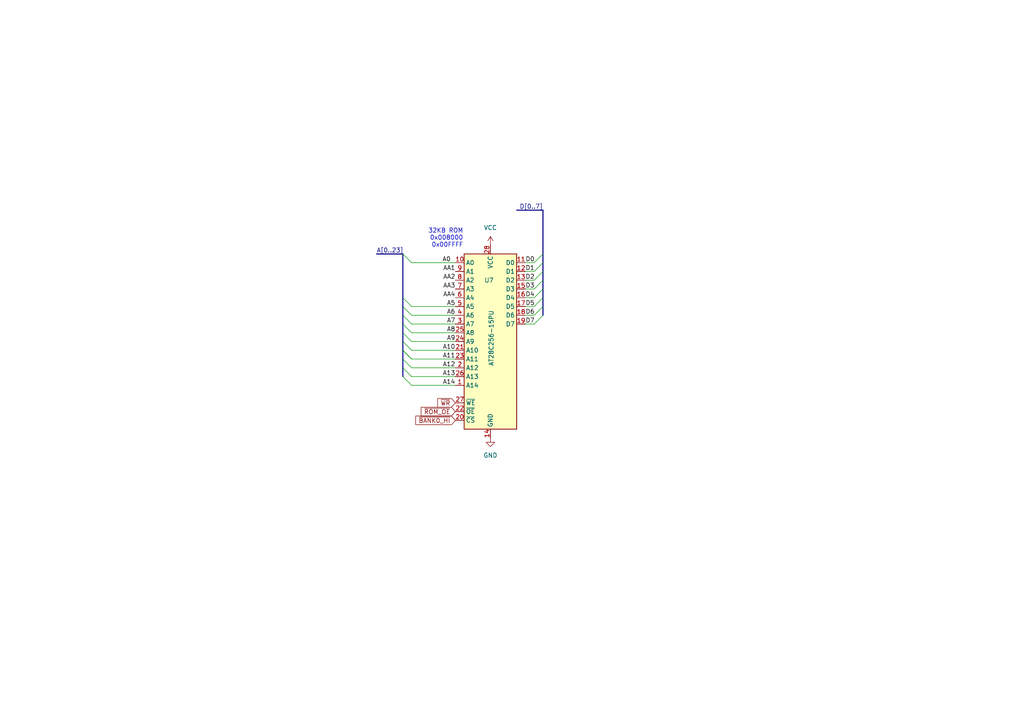
<source format=kicad_sch>
(kicad_sch (version 20250114) (generator "eeschema") (generator_version "9.0")
  (paper "A4")
  (lib_symbols
    (symbol "Memory_EEPROM:28C256"
      (property "Reference" "U7" (at -1.778 17.78 0))
      (property "Value" "AT28C256-15PU" (at 0.254 -7.112 90))
      (symbol "28C256_1_1"
        (rectangle (start -7.62 25.4) (end 7.62 -25.4) (stroke (width 0.254)) (fill (type background)))
        (pin input line (at -10.16 22.86 0) (length 2.54) (name "A0") (number "10"))
        (pin input line (at -10.16 20.32 0) (length 2.54) (name "A1") (number "9"))
        (pin input line (at -10.16 17.78 0) (length 2.54) (name "A2") (number "8"))
        (pin input line (at -10.16 15.24 0) (length 2.54) (name "A3") (number "7"))
        (pin input line (at -10.16 12.7 0) (length 2.54) (name "A4") (number "6"))
        (pin input line (at -10.16 10.16 0) (length 2.54) (name "A5") (number "5"))
        (pin input line (at -10.16 7.62 0) (length 2.54) (name "A6") (number "4"))
        (pin input line (at -10.16 5.08 0) (length 2.54) (name "A7") (number "3"))
        (pin input line (at -10.16 2.54 0) (length 2.54) (name "A8") (number "25"))
        (pin input line (at -10.16 0 0) (length 2.54) (name "A9") (number "24"))
        (pin input line (at -10.16 -2.54 0) (length 2.54) (name "A10") (number "21"))
        (pin input line (at -10.16 -5.08 0) (length 2.54) (name "A11") (number "23"))
        (pin input line (at -10.16 -7.62 0) (length 2.54) (name "A12") (number "2"))
        (pin input line (at -10.16 -10.16 0) (length 2.54) (name "A13") (number "26"))
        (pin input line (at -10.16 -12.7 0) (length 2.54) (name "A14") (number "1"))
        (pin input line (at -10.16 -17.78 0) (length 2.54) (name "~{WE}") (number "27"))
        (pin input line (at -10.16 -20.32 0) (length 2.54) (name "~{OE}") (number "22"))
        (pin input line (at -10.16 -22.86 0) (length 2.54) (name "~{CS}") (number "20"))
        (pin power_in line (at 0 27.94 270) (length 2.54) (name "VCC") (number "28"))
        (pin power_in line (at 0 -27.94 90) (length 2.54) (name "GND") (number "14"))
        (pin tri_state line (at 10.16 22.86 180) (length 2.54) (name "D0") (number "11"))
        (pin tri_state line (at 10.16 20.32 180) (length 2.54) (name "D1") (number "12"))
        (pin tri_state line (at 10.16 17.78 180) (length 2.54) (name "D2") (number "13"))
        (pin tri_state line (at 10.16 15.24 180) (length 2.54) (name "D3") (number "15"))
        (pin tri_state line (at 10.16 12.7 180) (length 2.54) (name "D4") (number "16"))
        (pin tri_state line (at 10.16 10.16 180) (length 2.54) (name "D5") (number "17"))
        (pin tri_state line (at 10.16 7.62 180) (length 2.54) (name "D6") (number "18"))
        (pin tri_state line (at 10.16 5.08 180) (length 2.54) (name "D7") (number "19"))
      )
    )
    (symbol "power:GND" (power) (pin_names (offset 0))
      (property "Value" "GND" (at 0 -3.81 0))
      (symbol "GND_0_1"
        (polyline (pts (xy 0 0) (xy 0 -1.27) (xy 1.27 -1.27) (xy 0 -2.54) (xy -1.27 -1.27) (xy 0 -1.27)))
      )
      (symbol "GND_1_1"
        (pin power_in line (at 0 0 270) (length 0) (hide yes) (name "GND") (number "1"))
      )
    )
    (symbol "power:VCC" (power) (pin_numbers (hide yes)) (pin_names (offset 0) (hide yes))
      (property "Value" "VCC" (at 0 3.556 0))
      (symbol "VCC_0_1"
        (polyline (pts (xy -0.762 1.27) (xy 0 2.54)))
        (polyline (pts (xy 0 2.54) (xy 0.762 1.27)))
        (polyline (pts (xy 0 0) (xy 0 2.54)))
      )
      (symbol "VCC_1_1"
        (pin power_in line (at 0 0 90) (length 0) (name "~") (number "1"))
      )
    )
  )
  (text "32KB ROM\n0x008000\n0x00FFFF" (at 134.366 71.882 0) (effects (font (size 1.27 1.27)) (justify right bottom)))
  (bus_entry (at 116.84 88.9) (size 2.54 2.54))
  (bus_entry (at 116.84 86.36) (size 2.54 2.54))
  (bus_entry (at 157.48 91.44) (size -2.54 2.54))
  (bus_entry (at 116.84 99.06) (size 2.54 2.54))
  (bus_entry (at 116.84 109.22) (size 2.54 2.54))
  (bus_entry (at 157.48 83.82) (size -2.54 2.54))
  (bus_entry (at 157.48 86.36) (size -2.54 2.54))
  (bus_entry (at 116.84 101.6) (size 2.54 2.54))
  (bus_entry (at 157.48 81.28) (size -2.54 2.54))
  (bus_entry (at 116.84 73.66) (size 2.54 2.54))
  (bus_entry (at 116.84 93.98) (size 2.54 2.54))
  (bus_entry (at 157.48 78.74) (size -2.54 2.54))
  (bus_entry (at 157.48 88.9) (size -2.54 2.54))
  (bus_entry (at 157.48 76.2) (size -2.54 2.54))
  (bus_entry (at 116.84 106.68) (size 2.54 2.54))
  (bus_entry (at 157.48 73.66) (size -2.54 2.54))
  (bus_entry (at 116.84 101.6) (size 2.54 2.54))
  (bus_entry (at 116.84 96.52) (size 2.54 2.54))
  (bus_entry (at 116.84 104.14) (size 2.54 2.54))
  (bus_entry (at 116.84 91.44) (size 2.54 2.54))
  (wire (pts (xy 119.38 109.22) (xy 132.08 109.22)))
  (bus (pts (xy 157.48 78.74) (xy 157.48 81.28)))
  (wire (pts (xy 119.38 91.44) (xy 132.08 91.44)))
  (wire (pts (xy 152.4 88.9) (xy 154.94 88.9)))
  (bus (pts (xy 116.84 101.6) (xy 116.84 99.06)))
  (bus (pts (xy 157.48 83.82) (xy 157.48 86.36)))
  (bus (pts (xy 116.84 73.66) (xy 116.84 86.36)))
  (wire (pts (xy 119.38 111.76) (xy 132.08 111.76)))
  (wire (pts (xy 119.38 106.68) (xy 132.08 106.68)))
  (wire (pts (xy 152.4 83.82) (xy 154.94 83.82)))
  (bus (pts (xy 157.48 81.28) (xy 157.48 83.82)))
  (bus (pts (xy 116.84 104.14) (xy 116.84 106.68)))
  (wire (pts (xy 119.38 96.52) (xy 132.08 96.52)))
  (wire (pts (xy 119.38 88.9) (xy 132.08 88.9)))
  (wire (pts (xy 152.4 76.2) (xy 154.94 76.2)))
  (wire (pts (xy 152.4 86.36) (xy 154.94 86.36)))
  (bus (pts (xy 157.48 73.66) (xy 157.48 76.2)))
  (bus (pts (xy 157.48 88.9) (xy 157.48 91.44)))
  (bus (pts (xy 116.84 96.52) (xy 116.84 99.06)))
  (wire (pts (xy 119.38 76.2) (xy 132.08 76.2)))
  (bus (pts (xy 116.84 93.98) (xy 116.84 91.44)))
  (wire (pts (xy 119.38 104.14) (xy 132.08 104.14)))
  (bus (pts (xy 116.84 101.6) (xy 116.84 104.14)))
  (wire (pts (xy 152.4 93.98) (xy 154.94 93.98)))
  (wire (pts (xy 152.4 81.28) (xy 154.94 81.28)))
  (bus (pts (xy 109.22 73.66) (xy 116.84 73.66)))
  (bus (pts (xy 116.84 106.68) (xy 116.84 109.22)))
  (wire (pts (xy 152.4 91.44) (xy 154.94 91.44)))
  (wire (pts (xy 119.38 101.6) (xy 132.08 101.6)))
  (bus (pts (xy 116.84 96.52) (xy 116.84 93.98)))
  (bus (pts (xy 116.84 88.9) (xy 116.84 91.44)))
  (bus (pts (xy 149.86 60.96) (xy 157.48 60.96)))
  (wire (pts (xy 119.38 99.06) (xy 132.08 99.06)))
  (wire (pts (xy 119.38 93.98) (xy 132.08 93.98)))
  (bus (pts (xy 157.48 86.36) (xy 157.48 88.9)))
  (bus (pts (xy 157.48 76.2) (xy 157.48 78.74)))
  (wire (pts (xy 152.4 78.74) (xy 154.94 78.74)))
  (bus (pts (xy 116.84 86.36) (xy 116.84 88.9)))
  (bus (pts (xy 157.48 60.96) (xy 157.48 73.66)))
  (label "D6" (at 152.4 91.44 0))
  (label "A9" (at 132.08 99.06 180))
  (label "AA4" (at 132.08 86.36 180))
  (label "D1" (at 152.4 78.74 0))
  (label "A8" (at 132.08 96.52 180))
  (label "A14" (at 132.08 111.76 180))
  (label "D0" (at 152.4 76.2 0))
  (label "A13" (at 132.08 109.22 180))
  (label "A12" (at 132.08 106.68 180))
  (label "AA3" (at 132.08 83.82 180))
  (label "A[0..23]" (at 109.22 73.66 0))
  (label "A0" (at 128.27 76.2 0))
  (label "D2" (at 152.4 81.28 0))
  (label "D5" (at 152.4 88.9 0))
  (label "A7" (at 132.08 93.98 180))
  (label "AA2" (at 132.08 81.28 180))
  (label "D7" (at 152.4 93.98 0))
  (label "D[0..7]" (at 157.48 60.96 180))
  (label "A11" (at 132.08 104.14 180))
  (label "A10" (at 132.08 101.6 180))
  (label "D4" (at 152.4 86.36 0))
  (label "AA1" (at 132.08 78.74 180))
  (label "D3" (at 152.4 83.82 0))
  (label "A5" (at 132.08 88.9 180))
  (label "A6" (at 132.08 91.44 180))
  (global_label "~{ROM_OE}" (shape input) (at 132.08 119.38 180) (property "Intersheetrefs" "${INTERSHEET_REFS}" (effects (hide yes))))
  (global_label "~{WR}" (shape input) (at 132.08 116.84 180) (property "Intersheetrefs" "${INTERSHEET_REFS}" (effects (hide yes))))
  (global_label "~{BANK0_HI}" (shape input) (at 132.08 121.92 180) (property "Intersheetrefs" "${INTERSHEET_REFS}" (effects (hide yes))))
  (symbol (lib_id "power:VCC") (at 142.24 71.12 0) (unit 1)
    (property "Reference" "#PWR09" (effects (hide yes)))
    (property "Value" "VCC" (at 142.24 66.04 0))
    (property "Description" "Power symbol creates a global label with name \"VCC\"" (effects (hide yes)))
  )
  (symbol (lib_id "power:GND") (at 142.24 127 0) (unit 1)
    (property "Reference" "#PWR05" (effects (hide yes)))
    (property "Value" "GND" (at 142.24 132.08 0))
    (property "Description" "Power symbol creates a global label with name \"GND\" , ground" (effects (hide yes)))
  )
  (symbol (lib_id "Memory_EEPROM:28C256") (at 142.24 99.06 0) (unit 1)
    (property "Reference" "U7" (at 140.462 81.28 0) (effects (justify left)))
    (property "Value" "AT28C256-15PU" (at 142.494 106.172 90) (effects (justify left)))
    (property "Footprint" "Package_DIP:DIP-28_W15.24mm_Socket" (effects (hide yes)))
    (property "Datasheet" "http://ww1.microchip.com/downloads/en/DeviceDoc/doc0006.pdf" (effects (hide yes)))
  )
)
</source>
